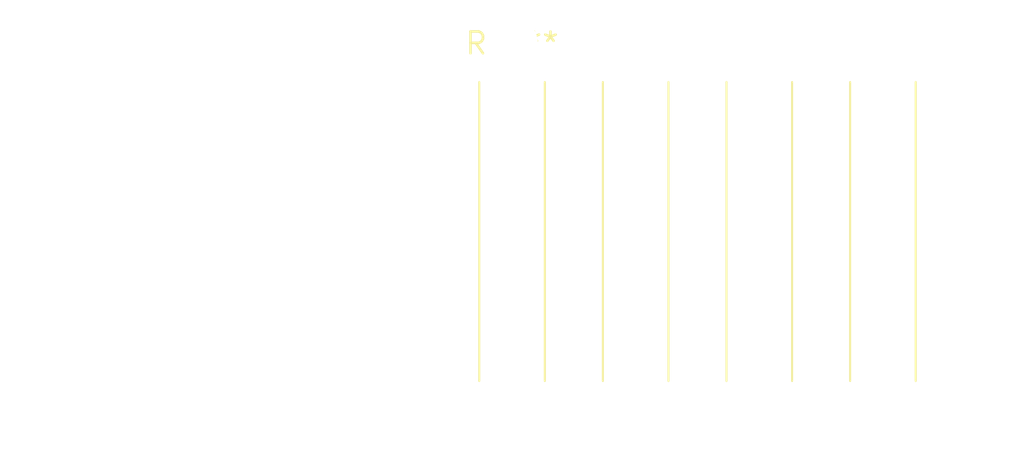
<source format=kicad_pcb>
(kicad_pcb (version 20240108) (generator pcbnew)
  (layers (0 "F.Cu" signal) (31 "B.Cu" signal) (34 "B.Paste" user) (35 "F.Paste" user) (36 "B.SilkS" user "B.Silkscreen") (37 "F.SilkS" user "F.Silkscreen") (38 "B.Mask" user) (39 "F.Mask" user) (44 "Edge.Cuts" user))
  (net 0 "")
  (footprint "SolderWire-2.5sqmm_1x04_P7.2mm_D2.4mm_OD3.6mm_Relief" (layer "F.Cu") (at 0 0)
    (property "Reference" "REF**")
    (property "Value" "SolderWire-2.5sqmm_1x04_P7.2mm_D2.4mm_OD3.6mm_Relief")
    (fp_line (start -1.91 2.26) (end -1.91 19.69) (layer "F.SilkS") (stroke (width 0.12)))
    (fp_line (start 1.91 2.26) (end 1.91 19.69) (layer "F.SilkS") (stroke (width 0.12)))
    (fp_line (start 5.29 2.26) (end 5.29 19.69) (layer "F.SilkS") (stroke (width 0.12)))
    (fp_line (start 9.11 2.26) (end 9.11 19.69) (layer "F.SilkS") (stroke (width 0.12)))
    (fp_line (start 12.49 2.26) (end 12.49 19.69) (layer "F.SilkS") (stroke (width 0.12)))
    (fp_line (start 16.31 2.26) (end 16.31 19.69) (layer "F.SilkS") (stroke (width 0.12)))
    (fp_line (start 19.69 2.26) (end 19.69 19.69) (layer "F.SilkS") (stroke (width 0.12)))
    (fp_line (start 23.51 2.26) (end 23.51 19.69) (layer "F.SilkS") (stroke (width 0.12)))
    (pad "" np_thru_hole circle (at 0 21.6) (size 4.1 4.1) (drill 4.1) (layers *.Cu *.Mask))
    (pad "" np_thru_hole circle (at 7.2 21.6) (size 4.1 4.1) (drill 4.1) (layers *.Cu *.Mask))
    (pad "" np_thru_hole circle (at 14.4 21.6) (size 4.1 4.1) (drill 4.1) (layers *.Cu *.Mask))
    (pad "" np_thru_hole circle (at 21.6 21.6) (size 4.1 4.1) (drill 4.1) (layers *.Cu *.Mask))
    (pad "1" thru_hole roundrect (at 0 0) (size 4 4) (drill 3) (layers *.Cu *.Mask) (remove_unused_layers) (roundrect_rratio 0.0625))
    (pad "2" thru_hole circle (at 7.2 0) (size 4 4) (drill 3) (layers *.Cu *.Mask) (remove_unused_layers))
    (pad "3" thru_hole circle (at 14.4 0) (size 4 4) (drill 3) (layers *.Cu *.Mask) (remove_unused_layers))
    (pad "4" thru_hole circle (at 21.6 0) (size 4 4) (drill 3) (layers *.Cu *.Mask) (remove_unused_layers))
  )
)
</source>
